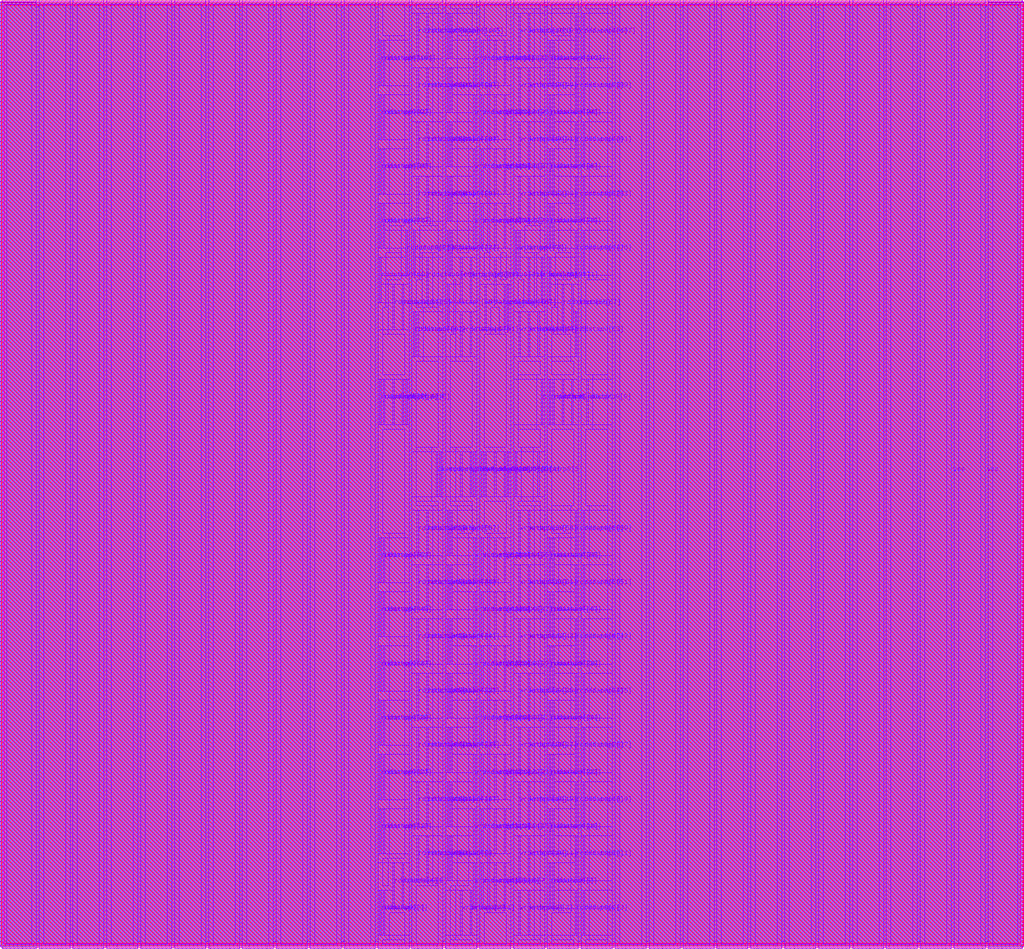
<source format=lef>
VERSION 5.8 ;
BUSBITCHARS "[]" ;
DIVIDERCHAR "/" ;

UNITS
  DATABASE MICRONS 4000 ;
END UNITS

PROPERTYDEFINITIONS
  MACRO hpml_layer STRING ;
  MACRO heml_layer STRING ;
END PROPERTYDEFINITIONS

MACRO arf104b064e1r1w0cbbehbaa4acw
  CLASS BLOCK ;
  FOREIGN arf104b064e1r1w0cbbehbaa4acw ;
  ORIGIN 0 0 ;
  SIZE 27 BY 24.96 ;
  PIN ckrdp0
    DIRECTION INPUT ;
    USE SIGNAL ;
    PORT
      LAYER m7 ;
        RECT 14.272 13.8 14.316 15 ;
    END
  END ckrdp0
  PIN ckwrp0
    DIRECTION INPUT ;
    USE SIGNAL ;
    PORT
      LAYER m7 ;
        RECT 11.484 11.88 11.528 13.08 ;
    END
  END ckwrp0
  PIN rdaddrp0[0]
    DIRECTION INPUT ;
    USE SIGNAL ;
    PORT
      LAYER m7 ;
        RECT 15.472 13.8 15.516 15 ;
    END
  END rdaddrp0[0]
  PIN rdaddrp0[1]
    DIRECTION INPUT ;
    USE SIGNAL ;
    PORT
      LAYER m7 ;
        RECT 9.984 13.8 10.028 15 ;
    END
  END rdaddrp0[1]
  PIN rdaddrp0[2]
    DIRECTION INPUT ;
    USE SIGNAL ;
    PORT
      LAYER m7 ;
        RECT 10.072 13.8 10.116 15 ;
    END
  END rdaddrp0[2]
  PIN rdaddrp0[3]
    DIRECTION INPUT ;
    USE SIGNAL ;
    PORT
      LAYER m7 ;
        RECT 10.328 13.8 10.372 15 ;
    END
  END rdaddrp0[3]
  PIN rdaddrp0[4]
    DIRECTION INPUT ;
    USE SIGNAL ;
    PORT
      LAYER m7 ;
        RECT 10.584 13.8 10.628 15 ;
    END
  END rdaddrp0[4]
  PIN rdaddrp0[5]
    DIRECTION INPUT ;
    USE SIGNAL ;
    PORT
      LAYER m7 ;
        RECT 10.672 13.8 10.716 15 ;
    END
  END rdaddrp0[5]
  PIN rdaddrp0_fd
    DIRECTION INPUT ;
    USE SIGNAL ;
    PORT
      LAYER m7 ;
        RECT 14.484 13.8 14.528 15 ;
    END
  END rdaddrp0_fd
  PIN rdaddrp0_rd
    DIRECTION INPUT ;
    USE SIGNAL ;
    PORT
      LAYER m7 ;
        RECT 14.572 13.8 14.616 15 ;
    END
  END rdaddrp0_rd
  PIN rdenp0
    DIRECTION INPUT ;
    USE SIGNAL ;
    PORT
      LAYER m7 ;
        RECT 14.828 13.8 14.872 15 ;
    END
  END rdenp0
  PIN sdl_initp0
    DIRECTION INPUT ;
    USE SIGNAL ;
    PORT
      LAYER m7 ;
        RECT 15.084 13.8 15.128 15 ;
    END
  END sdl_initp0
  PIN wraddrp0[0]
    DIRECTION INPUT ;
    USE SIGNAL ;
    PORT
      LAYER m7 ;
        RECT 12.772 11.88 12.816 13.08 ;
    END
  END wraddrp0[0]
  PIN wraddrp0[1]
    DIRECTION INPUT ;
    USE SIGNAL ;
    PORT
      LAYER m7 ;
        RECT 13.028 11.88 13.072 13.08 ;
    END
  END wraddrp0[1]
  PIN wraddrp0[2]
    DIRECTION INPUT ;
    USE SIGNAL ;
    PORT
      LAYER m7 ;
        RECT 13.284 11.88 13.328 13.08 ;
    END
  END wraddrp0[2]
  PIN wraddrp0[3]
    DIRECTION INPUT ;
    USE SIGNAL ;
    PORT
      LAYER m7 ;
        RECT 13.372 11.88 13.416 13.08 ;
    END
  END wraddrp0[3]
  PIN wraddrp0[4]
    DIRECTION INPUT ;
    USE SIGNAL ;
    PORT
      LAYER m7 ;
        RECT 13.584 11.88 13.628 13.08 ;
    END
  END wraddrp0[4]
  PIN wraddrp0[5]
    DIRECTION INPUT ;
    USE SIGNAL ;
    PORT
      LAYER m7 ;
        RECT 14.184 11.88 14.228 13.08 ;
    END
  END wraddrp0[5]
  PIN wraddrp0_fd
    DIRECTION INPUT ;
    USE SIGNAL ;
    PORT
      LAYER m7 ;
        RECT 11.572 11.88 11.616 13.08 ;
    END
  END wraddrp0_fd
  PIN wraddrp0_rd
    DIRECTION INPUT ;
    USE SIGNAL ;
    PORT
      LAYER m7 ;
        RECT 12.128 11.88 12.172 13.08 ;
    END
  END wraddrp0_rd
  PIN wrdatap0[0]
    DIRECTION INPUT ;
    USE SIGNAL ;
    PORT
      LAYER m7 ;
        RECT 12.128 0.24 12.172 1.44 ;
    END
  END wrdatap0[0]
  PIN wrdatap0[100]
    DIRECTION INPUT ;
    USE SIGNAL ;
    PORT
      LAYER m7 ;
        RECT 12.472 22.8 12.516 24 ;
    END
  END wrdatap0[100]
  PIN wrdatap0[101]
    DIRECTION INPUT ;
    USE SIGNAL ;
    PORT
      LAYER m7 ;
        RECT 12.684 22.8 12.728 24 ;
    END
  END wrdatap0[101]
  PIN wrdatap0[102]
    DIRECTION INPUT ;
    USE SIGNAL ;
    PORT
      LAYER m7 ;
        RECT 13.028 22.8 13.072 24 ;
    END
  END wrdatap0[102]
  PIN wrdatap0[103]
    DIRECTION INPUT ;
    USE SIGNAL ;
    PORT
      LAYER m7 ;
        RECT 13.284 22.8 13.328 24 ;
    END
  END wrdatap0[103]
  PIN wrdatap0[104]
    DIRECTION INPUT ;
    USE SIGNAL ;
    PORT
      LAYER m7 ;
        RECT 11.784 23.52 11.828 24.72 ;
    END
  END wrdatap0[104]
  PIN wrdatap0[105]
    DIRECTION INPUT ;
    USE SIGNAL ;
    PORT
      LAYER m7 ;
        RECT 11.872 23.52 11.916 24.72 ;
    END
  END wrdatap0[105]
  PIN wrdatap0[106]
    DIRECTION INPUT ;
    USE SIGNAL ;
    PORT
      LAYER m7 ;
        RECT 13.672 23.52 13.716 24.72 ;
    END
  END wrdatap0[106]
  PIN wrdatap0[107]
    DIRECTION INPUT ;
    USE SIGNAL ;
    PORT
      LAYER m7 ;
        RECT 13.928 23.52 13.972 24.72 ;
    END
  END wrdatap0[107]
  PIN wrdatap0[10]
    DIRECTION INPUT ;
    USE SIGNAL ;
    PORT
      LAYER m7 ;
        RECT 13.672 1.68 13.716 2.88 ;
    END
  END wrdatap0[10]
  PIN wrdatap0[11]
    DIRECTION INPUT ;
    USE SIGNAL ;
    PORT
      LAYER m7 ;
        RECT 13.928 1.68 13.972 2.88 ;
    END
  END wrdatap0[11]
  PIN wrdatap0[12]
    DIRECTION INPUT ;
    USE SIGNAL ;
    PORT
      LAYER m7 ;
        RECT 12.472 2.4 12.516 3.6 ;
    END
  END wrdatap0[12]
  PIN wrdatap0[13]
    DIRECTION INPUT ;
    USE SIGNAL ;
    PORT
      LAYER m7 ;
        RECT 12.684 2.4 12.728 3.6 ;
    END
  END wrdatap0[13]
  PIN wrdatap0[14]
    DIRECTION INPUT ;
    USE SIGNAL ;
    PORT
      LAYER m7 ;
        RECT 13.028 2.4 13.072 3.6 ;
    END
  END wrdatap0[14]
  PIN wrdatap0[15]
    DIRECTION INPUT ;
    USE SIGNAL ;
    PORT
      LAYER m7 ;
        RECT 13.284 2.4 13.328 3.6 ;
    END
  END wrdatap0[15]
  PIN wrdatap0[16]
    DIRECTION INPUT ;
    USE SIGNAL ;
    PORT
      LAYER m7 ;
        RECT 11.784 3.12 11.828 4.32 ;
    END
  END wrdatap0[16]
  PIN wrdatap0[17]
    DIRECTION INPUT ;
    USE SIGNAL ;
    PORT
      LAYER m7 ;
        RECT 11.872 3.12 11.916 4.32 ;
    END
  END wrdatap0[17]
  PIN wrdatap0[18]
    DIRECTION INPUT ;
    USE SIGNAL ;
    PORT
      LAYER m7 ;
        RECT 13.672 3.12 13.716 4.32 ;
    END
  END wrdatap0[18]
  PIN wrdatap0[19]
    DIRECTION INPUT ;
    USE SIGNAL ;
    PORT
      LAYER m7 ;
        RECT 13.928 3.12 13.972 4.32 ;
    END
  END wrdatap0[19]
  PIN wrdatap0[1]
    DIRECTION INPUT ;
    USE SIGNAL ;
    PORT
      LAYER m7 ;
        RECT 12.384 0.24 12.428 1.44 ;
    END
  END wrdatap0[1]
  PIN wrdatap0[20]
    DIRECTION INPUT ;
    USE SIGNAL ;
    PORT
      LAYER m7 ;
        RECT 12.472 3.84 12.516 5.04 ;
    END
  END wrdatap0[20]
  PIN wrdatap0[21]
    DIRECTION INPUT ;
    USE SIGNAL ;
    PORT
      LAYER m7 ;
        RECT 12.684 3.84 12.728 5.04 ;
    END
  END wrdatap0[21]
  PIN wrdatap0[22]
    DIRECTION INPUT ;
    USE SIGNAL ;
    PORT
      LAYER m7 ;
        RECT 13.028 3.84 13.072 5.04 ;
    END
  END wrdatap0[22]
  PIN wrdatap0[23]
    DIRECTION INPUT ;
    USE SIGNAL ;
    PORT
      LAYER m7 ;
        RECT 13.284 3.84 13.328 5.04 ;
    END
  END wrdatap0[23]
  PIN wrdatap0[24]
    DIRECTION INPUT ;
    USE SIGNAL ;
    PORT
      LAYER m7 ;
        RECT 11.784 4.56 11.828 5.76 ;
    END
  END wrdatap0[24]
  PIN wrdatap0[25]
    DIRECTION INPUT ;
    USE SIGNAL ;
    PORT
      LAYER m7 ;
        RECT 11.872 4.56 11.916 5.76 ;
    END
  END wrdatap0[25]
  PIN wrdatap0[26]
    DIRECTION INPUT ;
    USE SIGNAL ;
    PORT
      LAYER m7 ;
        RECT 13.672 4.56 13.716 5.76 ;
    END
  END wrdatap0[26]
  PIN wrdatap0[27]
    DIRECTION INPUT ;
    USE SIGNAL ;
    PORT
      LAYER m7 ;
        RECT 13.928 4.56 13.972 5.76 ;
    END
  END wrdatap0[27]
  PIN wrdatap0[28]
    DIRECTION INPUT ;
    USE SIGNAL ;
    PORT
      LAYER m7 ;
        RECT 12.472 5.28 12.516 6.48 ;
    END
  END wrdatap0[28]
  PIN wrdatap0[29]
    DIRECTION INPUT ;
    USE SIGNAL ;
    PORT
      LAYER m7 ;
        RECT 12.684 5.28 12.728 6.48 ;
    END
  END wrdatap0[29]
  PIN wrdatap0[2]
    DIRECTION INPUT ;
    USE SIGNAL ;
    PORT
      LAYER m7 ;
        RECT 13.672 0.24 13.716 1.44 ;
    END
  END wrdatap0[2]
  PIN wrdatap0[30]
    DIRECTION INPUT ;
    USE SIGNAL ;
    PORT
      LAYER m7 ;
        RECT 13.028 5.28 13.072 6.48 ;
    END
  END wrdatap0[30]
  PIN wrdatap0[31]
    DIRECTION INPUT ;
    USE SIGNAL ;
    PORT
      LAYER m7 ;
        RECT 13.284 5.28 13.328 6.48 ;
    END
  END wrdatap0[31]
  PIN wrdatap0[32]
    DIRECTION INPUT ;
    USE SIGNAL ;
    PORT
      LAYER m7 ;
        RECT 11.784 6 11.828 7.2 ;
    END
  END wrdatap0[32]
  PIN wrdatap0[33]
    DIRECTION INPUT ;
    USE SIGNAL ;
    PORT
      LAYER m7 ;
        RECT 11.872 6 11.916 7.2 ;
    END
  END wrdatap0[33]
  PIN wrdatap0[34]
    DIRECTION INPUT ;
    USE SIGNAL ;
    PORT
      LAYER m7 ;
        RECT 13.672 6 13.716 7.2 ;
    END
  END wrdatap0[34]
  PIN wrdatap0[35]
    DIRECTION INPUT ;
    USE SIGNAL ;
    PORT
      LAYER m7 ;
        RECT 13.928 6 13.972 7.2 ;
    END
  END wrdatap0[35]
  PIN wrdatap0[36]
    DIRECTION INPUT ;
    USE SIGNAL ;
    PORT
      LAYER m7 ;
        RECT 12.472 6.72 12.516 7.92 ;
    END
  END wrdatap0[36]
  PIN wrdatap0[37]
    DIRECTION INPUT ;
    USE SIGNAL ;
    PORT
      LAYER m7 ;
        RECT 12.684 6.72 12.728 7.92 ;
    END
  END wrdatap0[37]
  PIN wrdatap0[38]
    DIRECTION INPUT ;
    USE SIGNAL ;
    PORT
      LAYER m7 ;
        RECT 13.028 6.72 13.072 7.92 ;
    END
  END wrdatap0[38]
  PIN wrdatap0[39]
    DIRECTION INPUT ;
    USE SIGNAL ;
    PORT
      LAYER m7 ;
        RECT 13.284 6.72 13.328 7.92 ;
    END
  END wrdatap0[39]
  PIN wrdatap0[3]
    DIRECTION INPUT ;
    USE SIGNAL ;
    PORT
      LAYER m7 ;
        RECT 13.928 0.24 13.972 1.44 ;
    END
  END wrdatap0[3]
  PIN wrdatap0[40]
    DIRECTION INPUT ;
    USE SIGNAL ;
    PORT
      LAYER m7 ;
        RECT 11.784 7.44 11.828 8.64 ;
    END
  END wrdatap0[40]
  PIN wrdatap0[41]
    DIRECTION INPUT ;
    USE SIGNAL ;
    PORT
      LAYER m7 ;
        RECT 11.872 7.44 11.916 8.64 ;
    END
  END wrdatap0[41]
  PIN wrdatap0[42]
    DIRECTION INPUT ;
    USE SIGNAL ;
    PORT
      LAYER m7 ;
        RECT 13.672 7.44 13.716 8.64 ;
    END
  END wrdatap0[42]
  PIN wrdatap0[43]
    DIRECTION INPUT ;
    USE SIGNAL ;
    PORT
      LAYER m7 ;
        RECT 13.928 7.44 13.972 8.64 ;
    END
  END wrdatap0[43]
  PIN wrdatap0[44]
    DIRECTION INPUT ;
    USE SIGNAL ;
    PORT
      LAYER m7 ;
        RECT 12.472 8.16 12.516 9.36 ;
    END
  END wrdatap0[44]
  PIN wrdatap0[45]
    DIRECTION INPUT ;
    USE SIGNAL ;
    PORT
      LAYER m7 ;
        RECT 12.684 8.16 12.728 9.36 ;
    END
  END wrdatap0[45]
  PIN wrdatap0[46]
    DIRECTION INPUT ;
    USE SIGNAL ;
    PORT
      LAYER m7 ;
        RECT 13.028 8.16 13.072 9.36 ;
    END
  END wrdatap0[46]
  PIN wrdatap0[47]
    DIRECTION INPUT ;
    USE SIGNAL ;
    PORT
      LAYER m7 ;
        RECT 13.284 8.16 13.328 9.36 ;
    END
  END wrdatap0[47]
  PIN wrdatap0[48]
    DIRECTION INPUT ;
    USE SIGNAL ;
    PORT
      LAYER m7 ;
        RECT 11.784 8.88 11.828 10.08 ;
    END
  END wrdatap0[48]
  PIN wrdatap0[49]
    DIRECTION INPUT ;
    USE SIGNAL ;
    PORT
      LAYER m7 ;
        RECT 11.872 8.88 11.916 10.08 ;
    END
  END wrdatap0[49]
  PIN wrdatap0[4]
    DIRECTION INPUT ;
    USE SIGNAL ;
    PORT
      LAYER m7 ;
        RECT 12.472 0.96 12.516 2.16 ;
    END
  END wrdatap0[4]
  PIN wrdatap0[50]
    DIRECTION INPUT ;
    USE SIGNAL ;
    PORT
      LAYER m7 ;
        RECT 13.672 8.88 13.716 10.08 ;
    END
  END wrdatap0[50]
  PIN wrdatap0[51]
    DIRECTION INPUT ;
    USE SIGNAL ;
    PORT
      LAYER m7 ;
        RECT 13.928 8.88 13.972 10.08 ;
    END
  END wrdatap0[51]
  PIN wrdatap0[52]
    DIRECTION INPUT ;
    USE SIGNAL ;
    PORT
      LAYER m7 ;
        RECT 12.472 9.6 12.516 10.8 ;
    END
  END wrdatap0[52]
  PIN wrdatap0[53]
    DIRECTION INPUT ;
    USE SIGNAL ;
    PORT
      LAYER m7 ;
        RECT 12.684 9.6 12.728 10.8 ;
    END
  END wrdatap0[53]
  PIN wrdatap0[54]
    DIRECTION INPUT ;
    USE SIGNAL ;
    PORT
      LAYER m7 ;
        RECT 13.028 9.6 13.072 10.8 ;
    END
  END wrdatap0[54]
  PIN wrdatap0[55]
    DIRECTION INPUT ;
    USE SIGNAL ;
    PORT
      LAYER m7 ;
        RECT 13.284 9.6 13.328 10.8 ;
    END
  END wrdatap0[55]
  PIN wrdatap0[56]
    DIRECTION INPUT ;
    USE SIGNAL ;
    PORT
      LAYER m7 ;
        RECT 11.784 10.32 11.828 11.52 ;
    END
  END wrdatap0[56]
  PIN wrdatap0[57]
    DIRECTION INPUT ;
    USE SIGNAL ;
    PORT
      LAYER m7 ;
        RECT 11.872 10.32 11.916 11.52 ;
    END
  END wrdatap0[57]
  PIN wrdatap0[58]
    DIRECTION INPUT ;
    USE SIGNAL ;
    PORT
      LAYER m7 ;
        RECT 13.672 10.32 13.716 11.52 ;
    END
  END wrdatap0[58]
  PIN wrdatap0[59]
    DIRECTION INPUT ;
    USE SIGNAL ;
    PORT
      LAYER m7 ;
        RECT 13.928 10.32 13.972 11.52 ;
    END
  END wrdatap0[59]
  PIN wrdatap0[5]
    DIRECTION INPUT ;
    USE SIGNAL ;
    PORT
      LAYER m7 ;
        RECT 12.684 0.96 12.728 2.16 ;
    END
  END wrdatap0[5]
  PIN wrdatap0[60]
    DIRECTION INPUT ;
    USE SIGNAL ;
    PORT
      LAYER m7 ;
        RECT 12.128 15.6 12.172 16.8 ;
    END
  END wrdatap0[60]
  PIN wrdatap0[61]
    DIRECTION INPUT ;
    USE SIGNAL ;
    PORT
      LAYER m7 ;
        RECT 12.384 15.6 12.428 16.8 ;
    END
  END wrdatap0[61]
  PIN wrdatap0[62]
    DIRECTION INPUT ;
    USE SIGNAL ;
    PORT
      LAYER m7 ;
        RECT 13.672 15.6 13.716 16.8 ;
    END
  END wrdatap0[62]
  PIN wrdatap0[63]
    DIRECTION INPUT ;
    USE SIGNAL ;
    PORT
      LAYER m7 ;
        RECT 13.928 15.6 13.972 16.8 ;
    END
  END wrdatap0[63]
  PIN wrdatap0[64]
    DIRECTION INPUT ;
    USE SIGNAL ;
    PORT
      LAYER m7 ;
        RECT 12.772 16.32 12.816 17.52 ;
    END
  END wrdatap0[64]
  PIN wrdatap0[65]
    DIRECTION INPUT ;
    USE SIGNAL ;
    PORT
      LAYER m7 ;
        RECT 11.784 16.32 11.828 17.52 ;
    END
  END wrdatap0[65]
  PIN wrdatap0[66]
    DIRECTION INPUT ;
    USE SIGNAL ;
    PORT
      LAYER m7 ;
        RECT 13.284 16.32 13.328 17.52 ;
    END
  END wrdatap0[66]
  PIN wrdatap0[67]
    DIRECTION INPUT ;
    USE SIGNAL ;
    PORT
      LAYER m7 ;
        RECT 13.372 16.32 13.416 17.52 ;
    END
  END wrdatap0[67]
  PIN wrdatap0[68]
    DIRECTION INPUT ;
    USE SIGNAL ;
    PORT
      LAYER m7 ;
        RECT 12.128 17.04 12.172 18.24 ;
    END
  END wrdatap0[68]
  PIN wrdatap0[69]
    DIRECTION INPUT ;
    USE SIGNAL ;
    PORT
      LAYER m7 ;
        RECT 12.384 17.04 12.428 18.24 ;
    END
  END wrdatap0[69]
  PIN wrdatap0[6]
    DIRECTION INPUT ;
    USE SIGNAL ;
    PORT
      LAYER m7 ;
        RECT 13.028 0.96 13.072 2.16 ;
    END
  END wrdatap0[6]
  PIN wrdatap0[70]
    DIRECTION INPUT ;
    USE SIGNAL ;
    PORT
      LAYER m7 ;
        RECT 13.928 17.04 13.972 18.24 ;
    END
  END wrdatap0[70]
  PIN wrdatap0[71]
    DIRECTION INPUT ;
    USE SIGNAL ;
    PORT
      LAYER m7 ;
        RECT 13.028 17.04 13.072 18.24 ;
    END
  END wrdatap0[71]
  PIN wrdatap0[72]
    DIRECTION INPUT ;
    USE SIGNAL ;
    PORT
      LAYER m7 ;
        RECT 11.784 17.76 11.828 18.96 ;
    END
  END wrdatap0[72]
  PIN wrdatap0[73]
    DIRECTION INPUT ;
    USE SIGNAL ;
    PORT
      LAYER m7 ;
        RECT 11.872 17.76 11.916 18.96 ;
    END
  END wrdatap0[73]
  PIN wrdatap0[74]
    DIRECTION INPUT ;
    USE SIGNAL ;
    PORT
      LAYER m7 ;
        RECT 13.584 17.76 13.628 18.96 ;
    END
  END wrdatap0[74]
  PIN wrdatap0[75]
    DIRECTION INPUT ;
    USE SIGNAL ;
    PORT
      LAYER m7 ;
        RECT 13.672 17.76 13.716 18.96 ;
    END
  END wrdatap0[75]
  PIN wrdatap0[76]
    DIRECTION INPUT ;
    USE SIGNAL ;
    PORT
      LAYER m7 ;
        RECT 12.472 18.48 12.516 19.68 ;
    END
  END wrdatap0[76]
  PIN wrdatap0[77]
    DIRECTION INPUT ;
    USE SIGNAL ;
    PORT
      LAYER m7 ;
        RECT 12.684 18.48 12.728 19.68 ;
    END
  END wrdatap0[77]
  PIN wrdatap0[78]
    DIRECTION INPUT ;
    USE SIGNAL ;
    PORT
      LAYER m7 ;
        RECT 13.028 18.48 13.072 19.68 ;
    END
  END wrdatap0[78]
  PIN wrdatap0[79]
    DIRECTION INPUT ;
    USE SIGNAL ;
    PORT
      LAYER m7 ;
        RECT 13.284 18.48 13.328 19.68 ;
    END
  END wrdatap0[79]
  PIN wrdatap0[7]
    DIRECTION INPUT ;
    USE SIGNAL ;
    PORT
      LAYER m7 ;
        RECT 13.284 0.96 13.328 2.16 ;
    END
  END wrdatap0[7]
  PIN wrdatap0[80]
    DIRECTION INPUT ;
    USE SIGNAL ;
    PORT
      LAYER m7 ;
        RECT 11.784 19.2 11.828 20.4 ;
    END
  END wrdatap0[80]
  PIN wrdatap0[81]
    DIRECTION INPUT ;
    USE SIGNAL ;
    PORT
      LAYER m7 ;
        RECT 11.872 19.2 11.916 20.4 ;
    END
  END wrdatap0[81]
  PIN wrdatap0[82]
    DIRECTION INPUT ;
    USE SIGNAL ;
    PORT
      LAYER m7 ;
        RECT 13.672 19.2 13.716 20.4 ;
    END
  END wrdatap0[82]
  PIN wrdatap0[83]
    DIRECTION INPUT ;
    USE SIGNAL ;
    PORT
      LAYER m7 ;
        RECT 13.928 19.2 13.972 20.4 ;
    END
  END wrdatap0[83]
  PIN wrdatap0[84]
    DIRECTION INPUT ;
    USE SIGNAL ;
    PORT
      LAYER m7 ;
        RECT 12.472 19.92 12.516 21.12 ;
    END
  END wrdatap0[84]
  PIN wrdatap0[85]
    DIRECTION INPUT ;
    USE SIGNAL ;
    PORT
      LAYER m7 ;
        RECT 12.684 19.92 12.728 21.12 ;
    END
  END wrdatap0[85]
  PIN wrdatap0[86]
    DIRECTION INPUT ;
    USE SIGNAL ;
    PORT
      LAYER m7 ;
        RECT 13.028 19.92 13.072 21.12 ;
    END
  END wrdatap0[86]
  PIN wrdatap0[87]
    DIRECTION INPUT ;
    USE SIGNAL ;
    PORT
      LAYER m7 ;
        RECT 13.284 19.92 13.328 21.12 ;
    END
  END wrdatap0[87]
  PIN wrdatap0[88]
    DIRECTION INPUT ;
    USE SIGNAL ;
    PORT
      LAYER m7 ;
        RECT 11.784 20.64 11.828 21.84 ;
    END
  END wrdatap0[88]
  PIN wrdatap0[89]
    DIRECTION INPUT ;
    USE SIGNAL ;
    PORT
      LAYER m7 ;
        RECT 11.872 20.64 11.916 21.84 ;
    END
  END wrdatap0[89]
  PIN wrdatap0[8]
    DIRECTION INPUT ;
    USE SIGNAL ;
    PORT
      LAYER m7 ;
        RECT 11.784 1.68 11.828 2.88 ;
    END
  END wrdatap0[8]
  PIN wrdatap0[90]
    DIRECTION INPUT ;
    USE SIGNAL ;
    PORT
      LAYER m7 ;
        RECT 13.672 20.64 13.716 21.84 ;
    END
  END wrdatap0[90]
  PIN wrdatap0[91]
    DIRECTION INPUT ;
    USE SIGNAL ;
    PORT
      LAYER m7 ;
        RECT 13.928 20.64 13.972 21.84 ;
    END
  END wrdatap0[91]
  PIN wrdatap0[92]
    DIRECTION INPUT ;
    USE SIGNAL ;
    PORT
      LAYER m7 ;
        RECT 12.472 21.36 12.516 22.56 ;
    END
  END wrdatap0[92]
  PIN wrdatap0[93]
    DIRECTION INPUT ;
    USE SIGNAL ;
    PORT
      LAYER m7 ;
        RECT 12.684 21.36 12.728 22.56 ;
    END
  END wrdatap0[93]
  PIN wrdatap0[94]
    DIRECTION INPUT ;
    USE SIGNAL ;
    PORT
      LAYER m7 ;
        RECT 13.028 21.36 13.072 22.56 ;
    END
  END wrdatap0[94]
  PIN wrdatap0[95]
    DIRECTION INPUT ;
    USE SIGNAL ;
    PORT
      LAYER m7 ;
        RECT 13.284 21.36 13.328 22.56 ;
    END
  END wrdatap0[95]
  PIN wrdatap0[96]
    DIRECTION INPUT ;
    USE SIGNAL ;
    PORT
      LAYER m7 ;
        RECT 11.784 22.08 11.828 23.28 ;
    END
  END wrdatap0[96]
  PIN wrdatap0[97]
    DIRECTION INPUT ;
    USE SIGNAL ;
    PORT
      LAYER m7 ;
        RECT 11.872 22.08 11.916 23.28 ;
    END
  END wrdatap0[97]
  PIN wrdatap0[98]
    DIRECTION INPUT ;
    USE SIGNAL ;
    PORT
      LAYER m7 ;
        RECT 13.672 22.08 13.716 23.28 ;
    END
  END wrdatap0[98]
  PIN wrdatap0[99]
    DIRECTION INPUT ;
    USE SIGNAL ;
    PORT
      LAYER m7 ;
        RECT 13.928 22.08 13.972 23.28 ;
    END
  END wrdatap0[99]
  PIN wrdatap0[9]
    DIRECTION INPUT ;
    USE SIGNAL ;
    PORT
      LAYER m7 ;
        RECT 11.872 1.68 11.916 2.88 ;
    END
  END wrdatap0[9]
  PIN wrdatap0_fd
    DIRECTION INPUT ;
    USE SIGNAL ;
    PORT
      LAYER m7 ;
        RECT 12.472 11.88 12.516 13.08 ;
    END
  END wrdatap0_fd
  PIN wrdatap0_rd
    DIRECTION INPUT ;
    USE SIGNAL ;
    PORT
      LAYER m7 ;
        RECT 12.684 11.88 12.728 13.08 ;
    END
  END wrdatap0_rd
  PIN wrenp0
    DIRECTION INPUT ;
    USE SIGNAL ;
    PORT
      LAYER m7 ;
        RECT 12.384 11.88 12.428 13.08 ;
    END
  END wrenp0
  PIN rddatap0[0]
    DIRECTION OUTPUT ;
    USE SIGNAL ;
    PORT
      LAYER m7 ;
        RECT 9.984 0.24 10.028 1.44 ;
    END
  END rddatap0[0]
  PIN rddatap0[100]
    DIRECTION OUTPUT ;
    USE SIGNAL ;
    PORT
      LAYER m7 ;
        RECT 9.984 22.8 10.028 24 ;
    END
  END rddatap0[100]
  PIN rddatap0[101]
    DIRECTION OUTPUT ;
    USE SIGNAL ;
    PORT
      LAYER m7 ;
        RECT 10.072 22.8 10.116 24 ;
    END
  END rddatap0[101]
  PIN rddatap0[102]
    DIRECTION OUTPUT ;
    USE SIGNAL ;
    PORT
      LAYER m7 ;
        RECT 14.484 22.8 14.528 24 ;
    END
  END rddatap0[102]
  PIN rddatap0[103]
    DIRECTION OUTPUT ;
    USE SIGNAL ;
    PORT
      LAYER m7 ;
        RECT 14.572 22.8 14.616 24 ;
    END
  END rddatap0[103]
  PIN rddatap0[104]
    DIRECTION OUTPUT ;
    USE SIGNAL ;
    PORT
      LAYER m7 ;
        RECT 10.972 23.52 11.016 24.72 ;
    END
  END rddatap0[104]
  PIN rddatap0[105]
    DIRECTION OUTPUT ;
    USE SIGNAL ;
    PORT
      LAYER m7 ;
        RECT 11.228 23.52 11.272 24.72 ;
    END
  END rddatap0[105]
  PIN rddatap0[106]
    DIRECTION OUTPUT ;
    USE SIGNAL ;
    PORT
      LAYER m7 ;
        RECT 15.172 23.52 15.216 24.72 ;
    END
  END rddatap0[106]
  PIN rddatap0[107]
    DIRECTION OUTPUT ;
    USE SIGNAL ;
    PORT
      LAYER m7 ;
        RECT 15.384 23.52 15.428 24.72 ;
    END
  END rddatap0[107]
  PIN rddatap0[10]
    DIRECTION OUTPUT ;
    USE SIGNAL ;
    PORT
      LAYER m7 ;
        RECT 15.172 1.68 15.216 2.88 ;
    END
  END rddatap0[10]
  PIN rddatap0[11]
    DIRECTION OUTPUT ;
    USE SIGNAL ;
    PORT
      LAYER m7 ;
        RECT 15.384 1.68 15.428 2.88 ;
    END
  END rddatap0[11]
  PIN rddatap0[12]
    DIRECTION OUTPUT ;
    USE SIGNAL ;
    PORT
      LAYER m7 ;
        RECT 9.984 2.4 10.028 3.6 ;
    END
  END rddatap0[12]
  PIN rddatap0[13]
    DIRECTION OUTPUT ;
    USE SIGNAL ;
    PORT
      LAYER m7 ;
        RECT 10.072 2.4 10.116 3.6 ;
    END
  END rddatap0[13]
  PIN rddatap0[14]
    DIRECTION OUTPUT ;
    USE SIGNAL ;
    PORT
      LAYER m7 ;
        RECT 14.484 2.4 14.528 3.6 ;
    END
  END rddatap0[14]
  PIN rddatap0[15]
    DIRECTION OUTPUT ;
    USE SIGNAL ;
    PORT
      LAYER m7 ;
        RECT 14.572 2.4 14.616 3.6 ;
    END
  END rddatap0[15]
  PIN rddatap0[16]
    DIRECTION OUTPUT ;
    USE SIGNAL ;
    PORT
      LAYER m7 ;
        RECT 10.972 3.12 11.016 4.32 ;
    END
  END rddatap0[16]
  PIN rddatap0[17]
    DIRECTION OUTPUT ;
    USE SIGNAL ;
    PORT
      LAYER m7 ;
        RECT 11.228 3.12 11.272 4.32 ;
    END
  END rddatap0[17]
  PIN rddatap0[18]
    DIRECTION OUTPUT ;
    USE SIGNAL ;
    PORT
      LAYER m7 ;
        RECT 15.172 3.12 15.216 4.32 ;
    END
  END rddatap0[18]
  PIN rddatap0[19]
    DIRECTION OUTPUT ;
    USE SIGNAL ;
    PORT
      LAYER m7 ;
        RECT 15.384 3.12 15.428 4.32 ;
    END
  END rddatap0[19]
  PIN rddatap0[1]
    DIRECTION OUTPUT ;
    USE SIGNAL ;
    PORT
      LAYER m7 ;
        RECT 10.072 0.24 10.116 1.44 ;
    END
  END rddatap0[1]
  PIN rddatap0[20]
    DIRECTION OUTPUT ;
    USE SIGNAL ;
    PORT
      LAYER m7 ;
        RECT 9.984 3.84 10.028 5.04 ;
    END
  END rddatap0[20]
  PIN rddatap0[21]
    DIRECTION OUTPUT ;
    USE SIGNAL ;
    PORT
      LAYER m7 ;
        RECT 10.072 3.84 10.116 5.04 ;
    END
  END rddatap0[21]
  PIN rddatap0[22]
    DIRECTION OUTPUT ;
    USE SIGNAL ;
    PORT
      LAYER m7 ;
        RECT 14.484 3.84 14.528 5.04 ;
    END
  END rddatap0[22]
  PIN rddatap0[23]
    DIRECTION OUTPUT ;
    USE SIGNAL ;
    PORT
      LAYER m7 ;
        RECT 14.572 3.84 14.616 5.04 ;
    END
  END rddatap0[23]
  PIN rddatap0[24]
    DIRECTION OUTPUT ;
    USE SIGNAL ;
    PORT
      LAYER m7 ;
        RECT 10.972 4.56 11.016 5.76 ;
    END
  END rddatap0[24]
  PIN rddatap0[25]
    DIRECTION OUTPUT ;
    USE SIGNAL ;
    PORT
      LAYER m7 ;
        RECT 11.228 4.56 11.272 5.76 ;
    END
  END rddatap0[25]
  PIN rddatap0[26]
    DIRECTION OUTPUT ;
    USE SIGNAL ;
    PORT
      LAYER m7 ;
        RECT 15.172 4.56 15.216 5.76 ;
    END
  END rddatap0[26]
  PIN rddatap0[27]
    DIRECTION OUTPUT ;
    USE SIGNAL ;
    PORT
      LAYER m7 ;
        RECT 15.384 4.56 15.428 5.76 ;
    END
  END rddatap0[27]
  PIN rddatap0[28]
    DIRECTION OUTPUT ;
    USE SIGNAL ;
    PORT
      LAYER m7 ;
        RECT 9.984 5.28 10.028 6.48 ;
    END
  END rddatap0[28]
  PIN rddatap0[29]
    DIRECTION OUTPUT ;
    USE SIGNAL ;
    PORT
      LAYER m7 ;
        RECT 10.072 5.28 10.116 6.48 ;
    END
  END rddatap0[29]
  PIN rddatap0[2]
    DIRECTION OUTPUT ;
    USE SIGNAL ;
    PORT
      LAYER m7 ;
        RECT 15.172 0.24 15.216 1.44 ;
    END
  END rddatap0[2]
  PIN rddatap0[30]
    DIRECTION OUTPUT ;
    USE SIGNAL ;
    PORT
      LAYER m7 ;
        RECT 14.484 5.28 14.528 6.48 ;
    END
  END rddatap0[30]
  PIN rddatap0[31]
    DIRECTION OUTPUT ;
    USE SIGNAL ;
    PORT
      LAYER m7 ;
        RECT 14.572 5.28 14.616 6.48 ;
    END
  END rddatap0[31]
  PIN rddatap0[32]
    DIRECTION OUTPUT ;
    USE SIGNAL ;
    PORT
      LAYER m7 ;
        RECT 10.972 6 11.016 7.2 ;
    END
  END rddatap0[32]
  PIN rddatap0[33]
    DIRECTION OUTPUT ;
    USE SIGNAL ;
    PORT
      LAYER m7 ;
        RECT 11.228 6 11.272 7.2 ;
    END
  END rddatap0[33]
  PIN rddatap0[34]
    DIRECTION OUTPUT ;
    USE SIGNAL ;
    PORT
      LAYER m7 ;
        RECT 15.172 6 15.216 7.2 ;
    END
  END rddatap0[34]
  PIN rddatap0[35]
    DIRECTION OUTPUT ;
    USE SIGNAL ;
    PORT
      LAYER m7 ;
        RECT 15.384 6 15.428 7.2 ;
    END
  END rddatap0[35]
  PIN rddatap0[36]
    DIRECTION OUTPUT ;
    USE SIGNAL ;
    PORT
      LAYER m7 ;
        RECT 9.984 6.72 10.028 7.92 ;
    END
  END rddatap0[36]
  PIN rddatap0[37]
    DIRECTION OUTPUT ;
    USE SIGNAL ;
    PORT
      LAYER m7 ;
        RECT 10.072 6.72 10.116 7.92 ;
    END
  END rddatap0[37]
  PIN rddatap0[38]
    DIRECTION OUTPUT ;
    USE SIGNAL ;
    PORT
      LAYER m7 ;
        RECT 14.484 6.72 14.528 7.92 ;
    END
  END rddatap0[38]
  PIN rddatap0[39]
    DIRECTION OUTPUT ;
    USE SIGNAL ;
    PORT
      LAYER m7 ;
        RECT 14.572 6.72 14.616 7.92 ;
    END
  END rddatap0[39]
  PIN rddatap0[3]
    DIRECTION OUTPUT ;
    USE SIGNAL ;
    PORT
      LAYER m7 ;
        RECT 15.384 0.24 15.428 1.44 ;
    END
  END rddatap0[3]
  PIN rddatap0[40]
    DIRECTION OUTPUT ;
    USE SIGNAL ;
    PORT
      LAYER m7 ;
        RECT 10.972 7.44 11.016 8.64 ;
    END
  END rddatap0[40]
  PIN rddatap0[41]
    DIRECTION OUTPUT ;
    USE SIGNAL ;
    PORT
      LAYER m7 ;
        RECT 11.228 7.44 11.272 8.64 ;
    END
  END rddatap0[41]
  PIN rddatap0[42]
    DIRECTION OUTPUT ;
    USE SIGNAL ;
    PORT
      LAYER m7 ;
        RECT 15.172 7.44 15.216 8.64 ;
    END
  END rddatap0[42]
  PIN rddatap0[43]
    DIRECTION OUTPUT ;
    USE SIGNAL ;
    PORT
      LAYER m7 ;
        RECT 15.384 7.44 15.428 8.64 ;
    END
  END rddatap0[43]
  PIN rddatap0[44]
    DIRECTION OUTPUT ;
    USE SIGNAL ;
    PORT
      LAYER m7 ;
        RECT 9.984 8.16 10.028 9.36 ;
    END
  END rddatap0[44]
  PIN rddatap0[45]
    DIRECTION OUTPUT ;
    USE SIGNAL ;
    PORT
      LAYER m7 ;
        RECT 10.072 8.16 10.116 9.36 ;
    END
  END rddatap0[45]
  PIN rddatap0[46]
    DIRECTION OUTPUT ;
    USE SIGNAL ;
    PORT
      LAYER m7 ;
        RECT 14.484 8.16 14.528 9.36 ;
    END
  END rddatap0[46]
  PIN rddatap0[47]
    DIRECTION OUTPUT ;
    USE SIGNAL ;
    PORT
      LAYER m7 ;
        RECT 14.572 8.16 14.616 9.36 ;
    END
  END rddatap0[47]
  PIN rddatap0[48]
    DIRECTION OUTPUT ;
    USE SIGNAL ;
    PORT
      LAYER m7 ;
        RECT 10.972 8.88 11.016 10.08 ;
    END
  END rddatap0[48]
  PIN rddatap0[49]
    DIRECTION OUTPUT ;
    USE SIGNAL ;
    PORT
      LAYER m7 ;
        RECT 11.228 8.88 11.272 10.08 ;
    END
  END rddatap0[49]
  PIN rddatap0[4]
    DIRECTION OUTPUT ;
    USE SIGNAL ;
    PORT
      LAYER m7 ;
        RECT 10.328 0.96 10.372 2.16 ;
    END
  END rddatap0[4]
  PIN rddatap0[50]
    DIRECTION OUTPUT ;
    USE SIGNAL ;
    PORT
      LAYER m7 ;
        RECT 15.172 8.88 15.216 10.08 ;
    END
  END rddatap0[50]
  PIN rddatap0[51]
    DIRECTION OUTPUT ;
    USE SIGNAL ;
    PORT
      LAYER m7 ;
        RECT 15.384 8.88 15.428 10.08 ;
    END
  END rddatap0[51]
  PIN rddatap0[52]
    DIRECTION OUTPUT ;
    USE SIGNAL ;
    PORT
      LAYER m7 ;
        RECT 9.984 9.6 10.028 10.8 ;
    END
  END rddatap0[52]
  PIN rddatap0[53]
    DIRECTION OUTPUT ;
    USE SIGNAL ;
    PORT
      LAYER m7 ;
        RECT 10.072 9.6 10.116 10.8 ;
    END
  END rddatap0[53]
  PIN rddatap0[54]
    DIRECTION OUTPUT ;
    USE SIGNAL ;
    PORT
      LAYER m7 ;
        RECT 14.484 9.6 14.528 10.8 ;
    END
  END rddatap0[54]
  PIN rddatap0[55]
    DIRECTION OUTPUT ;
    USE SIGNAL ;
    PORT
      LAYER m7 ;
        RECT 14.572 9.6 14.616 10.8 ;
    END
  END rddatap0[55]
  PIN rddatap0[56]
    DIRECTION OUTPUT ;
    USE SIGNAL ;
    PORT
      LAYER m7 ;
        RECT 10.972 10.32 11.016 11.52 ;
    END
  END rddatap0[56]
  PIN rddatap0[57]
    DIRECTION OUTPUT ;
    USE SIGNAL ;
    PORT
      LAYER m7 ;
        RECT 11.228 10.32 11.272 11.52 ;
    END
  END rddatap0[57]
  PIN rddatap0[58]
    DIRECTION OUTPUT ;
    USE SIGNAL ;
    PORT
      LAYER m7 ;
        RECT 15.172 10.32 15.216 11.52 ;
    END
  END rddatap0[58]
  PIN rddatap0[59]
    DIRECTION OUTPUT ;
    USE SIGNAL ;
    PORT
      LAYER m7 ;
        RECT 15.384 10.32 15.428 11.52 ;
    END
  END rddatap0[59]
  PIN rddatap0[5]
    DIRECTION OUTPUT ;
    USE SIGNAL ;
    PORT
      LAYER m7 ;
        RECT 10.584 0.96 10.628 2.16 ;
    END
  END rddatap0[5]
  PIN rddatap0[60]
    DIRECTION OUTPUT ;
    USE SIGNAL ;
    PORT
      LAYER m7 ;
        RECT 10.884 15.6 10.928 16.8 ;
    END
  END rddatap0[60]
  PIN rddatap0[61]
    DIRECTION OUTPUT ;
    USE SIGNAL ;
    PORT
      LAYER m7 ;
        RECT 10.972 15.6 11.016 16.8 ;
    END
  END rddatap0[61]
  PIN rddatap0[62]
    DIRECTION OUTPUT ;
    USE SIGNAL ;
    PORT
      LAYER m7 ;
        RECT 14.184 15.6 14.228 16.8 ;
    END
  END rddatap0[62]
  PIN rddatap0[63]
    DIRECTION OUTPUT ;
    USE SIGNAL ;
    PORT
      LAYER m7 ;
        RECT 15.172 15.6 15.216 16.8 ;
    END
  END rddatap0[63]
  PIN rddatap0[64]
    DIRECTION OUTPUT ;
    USE SIGNAL ;
    PORT
      LAYER m7 ;
        RECT 10.328 16.32 10.372 17.52 ;
    END
  END rddatap0[64]
  PIN rddatap0[65]
    DIRECTION OUTPUT ;
    USE SIGNAL ;
    PORT
      LAYER m7 ;
        RECT 10.584 16.32 10.628 17.52 ;
    END
  END rddatap0[65]
  PIN rddatap0[66]
    DIRECTION OUTPUT ;
    USE SIGNAL ;
    PORT
      LAYER m7 ;
        RECT 14.828 16.32 14.872 17.52 ;
    END
  END rddatap0[66]
  PIN rddatap0[67]
    DIRECTION OUTPUT ;
    USE SIGNAL ;
    PORT
      LAYER m7 ;
        RECT 15.084 16.32 15.128 17.52 ;
    END
  END rddatap0[67]
  PIN rddatap0[68]
    DIRECTION OUTPUT ;
    USE SIGNAL ;
    PORT
      LAYER m7 ;
        RECT 11.228 17.04 11.272 18.24 ;
    END
  END rddatap0[68]
  PIN rddatap0[69]
    DIRECTION OUTPUT ;
    USE SIGNAL ;
    PORT
      LAYER m7 ;
        RECT 9.984 17.04 10.028 18.24 ;
    END
  END rddatap0[69]
  PIN rddatap0[6]
    DIRECTION OUTPUT ;
    USE SIGNAL ;
    PORT
      LAYER m7 ;
        RECT 14.484 0.96 14.528 2.16 ;
    END
  END rddatap0[6]
  PIN rddatap0[70]
    DIRECTION OUTPUT ;
    USE SIGNAL ;
    PORT
      LAYER m7 ;
        RECT 14.272 17.04 14.316 18.24 ;
    END
  END rddatap0[70]
  PIN rddatap0[71]
    DIRECTION OUTPUT ;
    USE SIGNAL ;
    PORT
      LAYER m7 ;
        RECT 14.484 17.04 14.528 18.24 ;
    END
  END rddatap0[71]
  PIN rddatap0[72]
    DIRECTION OUTPUT ;
    USE SIGNAL ;
    PORT
      LAYER m7 ;
        RECT 10.672 17.76 10.716 18.96 ;
    END
  END rddatap0[72]
  PIN rddatap0[73]
    DIRECTION OUTPUT ;
    USE SIGNAL ;
    PORT
      LAYER m7 ;
        RECT 10.884 17.76 10.928 18.96 ;
    END
  END rddatap0[73]
  PIN rddatap0[74]
    DIRECTION OUTPUT ;
    USE SIGNAL ;
    PORT
      LAYER m7 ;
        RECT 15.172 17.76 15.216 18.96 ;
    END
  END rddatap0[74]
  PIN rddatap0[75]
    DIRECTION OUTPUT ;
    USE SIGNAL ;
    PORT
      LAYER m7 ;
        RECT 15.384 17.76 15.428 18.96 ;
    END
  END rddatap0[75]
  PIN rddatap0[76]
    DIRECTION OUTPUT ;
    USE SIGNAL ;
    PORT
      LAYER m7 ;
        RECT 9.984 18.48 10.028 19.68 ;
    END
  END rddatap0[76]
  PIN rddatap0[77]
    DIRECTION OUTPUT ;
    USE SIGNAL ;
    PORT
      LAYER m7 ;
        RECT 10.072 18.48 10.116 19.68 ;
    END
  END rddatap0[77]
  PIN rddatap0[78]
    DIRECTION OUTPUT ;
    USE SIGNAL ;
    PORT
      LAYER m7 ;
        RECT 14.484 18.48 14.528 19.68 ;
    END
  END rddatap0[78]
  PIN rddatap0[79]
    DIRECTION OUTPUT ;
    USE SIGNAL ;
    PORT
      LAYER m7 ;
        RECT 14.572 18.48 14.616 19.68 ;
    END
  END rddatap0[79]
  PIN rddatap0[7]
    DIRECTION OUTPUT ;
    USE SIGNAL ;
    PORT
      LAYER m7 ;
        RECT 14.572 0.96 14.616 2.16 ;
    END
  END rddatap0[7]
  PIN rddatap0[80]
    DIRECTION OUTPUT ;
    USE SIGNAL ;
    PORT
      LAYER m7 ;
        RECT 10.972 19.2 11.016 20.4 ;
    END
  END rddatap0[80]
  PIN rddatap0[81]
    DIRECTION OUTPUT ;
    USE SIGNAL ;
    PORT
      LAYER m7 ;
        RECT 11.228 19.2 11.272 20.4 ;
    END
  END rddatap0[81]
  PIN rddatap0[82]
    DIRECTION OUTPUT ;
    USE SIGNAL ;
    PORT
      LAYER m7 ;
        RECT 15.172 19.2 15.216 20.4 ;
    END
  END rddatap0[82]
  PIN rddatap0[83]
    DIRECTION OUTPUT ;
    USE SIGNAL ;
    PORT
      LAYER m7 ;
        RECT 15.384 19.2 15.428 20.4 ;
    END
  END rddatap0[83]
  PIN rddatap0[84]
    DIRECTION OUTPUT ;
    USE SIGNAL ;
    PORT
      LAYER m7 ;
        RECT 9.984 19.92 10.028 21.12 ;
    END
  END rddatap0[84]
  PIN rddatap0[85]
    DIRECTION OUTPUT ;
    USE SIGNAL ;
    PORT
      LAYER m7 ;
        RECT 10.072 19.92 10.116 21.12 ;
    END
  END rddatap0[85]
  PIN rddatap0[86]
    DIRECTION OUTPUT ;
    USE SIGNAL ;
    PORT
      LAYER m7 ;
        RECT 14.484 19.92 14.528 21.12 ;
    END
  END rddatap0[86]
  PIN rddatap0[87]
    DIRECTION OUTPUT ;
    USE SIGNAL ;
    PORT
      LAYER m7 ;
        RECT 14.572 19.92 14.616 21.12 ;
    END
  END rddatap0[87]
  PIN rddatap0[88]
    DIRECTION OUTPUT ;
    USE SIGNAL ;
    PORT
      LAYER m7 ;
        RECT 10.972 20.64 11.016 21.84 ;
    END
  END rddatap0[88]
  PIN rddatap0[89]
    DIRECTION OUTPUT ;
    USE SIGNAL ;
    PORT
      LAYER m7 ;
        RECT 11.228 20.64 11.272 21.84 ;
    END
  END rddatap0[89]
  PIN rddatap0[8]
    DIRECTION OUTPUT ;
    USE SIGNAL ;
    PORT
      LAYER m7 ;
        RECT 10.972 1.68 11.016 2.88 ;
    END
  END rddatap0[8]
  PIN rddatap0[90]
    DIRECTION OUTPUT ;
    USE SIGNAL ;
    PORT
      LAYER m7 ;
        RECT 15.172 20.64 15.216 21.84 ;
    END
  END rddatap0[90]
  PIN rddatap0[91]
    DIRECTION OUTPUT ;
    USE SIGNAL ;
    PORT
      LAYER m7 ;
        RECT 15.384 20.64 15.428 21.84 ;
    END
  END rddatap0[91]
  PIN rddatap0[92]
    DIRECTION OUTPUT ;
    USE SIGNAL ;
    PORT
      LAYER m7 ;
        RECT 9.984 21.36 10.028 22.56 ;
    END
  END rddatap0[92]
  PIN rddatap0[93]
    DIRECTION OUTPUT ;
    USE SIGNAL ;
    PORT
      LAYER m7 ;
        RECT 10.072 21.36 10.116 22.56 ;
    END
  END rddatap0[93]
  PIN rddatap0[94]
    DIRECTION OUTPUT ;
    USE SIGNAL ;
    PORT
      LAYER m7 ;
        RECT 14.484 21.36 14.528 22.56 ;
    END
  END rddatap0[94]
  PIN rddatap0[95]
    DIRECTION OUTPUT ;
    USE SIGNAL ;
    PORT
      LAYER m7 ;
        RECT 14.572 21.36 14.616 22.56 ;
    END
  END rddatap0[95]
  PIN rddatap0[96]
    DIRECTION OUTPUT ;
    USE SIGNAL ;
    PORT
      LAYER m7 ;
        RECT 10.972 22.08 11.016 23.28 ;
    END
  END rddatap0[96]
  PIN rddatap0[97]
    DIRECTION OUTPUT ;
    USE SIGNAL ;
    PORT
      LAYER m7 ;
        RECT 11.228 22.08 11.272 23.28 ;
    END
  END rddatap0[97]
  PIN rddatap0[98]
    DIRECTION OUTPUT ;
    USE SIGNAL ;
    PORT
      LAYER m7 ;
        RECT 15.172 22.08 15.216 23.28 ;
    END
  END rddatap0[98]
  PIN rddatap0[99]
    DIRECTION OUTPUT ;
    USE SIGNAL ;
    PORT
      LAYER m7 ;
        RECT 15.384 22.08 15.428 23.28 ;
    END
  END rddatap0[99]
  PIN rddatap0[9]
    DIRECTION OUTPUT ;
    USE SIGNAL ;
    PORT
      LAYER m7 ;
        RECT 11.228 1.68 11.272 2.88 ;
    END
  END rddatap0[9]
  PIN vcc
    DIRECTION INPUT ;
    USE POWER ;
    PORT
      LAYER m7 ;
        RECT 0.862 0.06 0.938 24.9 ;
        RECT 2.662 0.06 2.738 24.9 ;
        RECT 4.462 0.06 4.538 24.9 ;
        RECT 6.262 0.06 6.338 24.9 ;
        RECT 8.062 0.06 8.138 24.9 ;
        RECT 9.862 0.06 9.938 24.9 ;
        RECT 11.662 0.06 11.738 24.9 ;
        RECT 13.462 0.06 13.538 24.9 ;
        RECT 15.262 0.06 15.338 24.9 ;
        RECT 17.062 0.06 17.138 24.9 ;
        RECT 18.862 0.06 18.938 24.9 ;
        RECT 20.662 0.06 20.738 24.9 ;
        RECT 22.462 0.06 22.538 24.9 ;
        RECT 24.262 0.06 24.338 24.9 ;
        RECT 26.062 0.06 26.138 24.9 ;
    END
  END vcc
  PIN vss
    DIRECTION INOUT ;
    USE GROUND ;
    PORT
      LAYER m7 ;
        RECT 1.762 0.06 1.838 24.9 ;
        RECT 3.562 0.06 3.638 24.9 ;
        RECT 5.362 0.06 5.438 24.9 ;
        RECT 7.162 0.06 7.238 24.9 ;
        RECT 8.962 0.06 9.038 24.9 ;
        RECT 10.762 0.06 10.838 24.9 ;
        RECT 12.562 0.06 12.638 24.9 ;
        RECT 14.362 0.06 14.438 24.9 ;
        RECT 16.162 0.06 16.238 24.9 ;
        RECT 17.962 0.06 18.038 24.9 ;
        RECT 19.762 0.06 19.838 24.9 ;
        RECT 21.562 0.06 21.638 24.9 ;
        RECT 23.362 0.06 23.438 24.9 ;
        RECT 25.162 0.06 25.238 24.9 ;
    END
  END vss
  OBS
    LAYER m0 SPACING 0 ;
      RECT -0.016 -0.014 27.016 24.974 ;
    LAYER m1 SPACING 0 ;
      RECT -0.02 -0.02 27.02 24.98 ;
    LAYER m2 SPACING 0 ;
      RECT -0.0705 -0.038 27.0705 24.998 ;
    LAYER m3 SPACING 0 ;
      RECT -0.035 -0.07 27.035 25.03 ;
    LAYER m4 SPACING 0 ;
      RECT -0.07 -0.038 27.07 24.998 ;
    LAYER m5 SPACING 0 ;
      RECT -0.059 -0.09 27.059 25.05 ;
    LAYER m6 SPACING 0 ;
      RECT -0.09 -0.062 27.09 25.022 ;
    LAYER m7 SPACING 0 ;
      RECT 26.138 25.02 27.04 25.08 ;
      RECT 26.138 -0.06 27.092 25.02 ;
      RECT 26.138 -0.12 27.04 -0.06 ;
      RECT 25.238 -0.12 26.062 25.08 ;
      RECT 24.338 -0.12 25.162 25.08 ;
      RECT 23.438 -0.12 24.262 25.08 ;
      RECT 22.538 -0.12 23.362 25.08 ;
      RECT 21.638 -0.12 22.462 25.08 ;
      RECT 20.738 -0.12 21.562 25.08 ;
      RECT 19.838 -0.12 20.662 25.08 ;
      RECT 18.938 -0.12 19.762 25.08 ;
      RECT 18.038 -0.12 18.862 25.08 ;
      RECT 17.138 -0.12 17.962 25.08 ;
      RECT 16.238 -0.12 17.062 25.08 ;
      RECT 15.338 24.72 16.162 25.08 ;
      RECT 15.338 23.52 15.384 24.72 ;
      RECT 15.428 23.52 16.162 24.72 ;
      RECT 15.338 23.28 16.162 23.52 ;
      RECT 15.338 22.08 15.384 23.28 ;
      RECT 15.428 22.08 16.162 23.28 ;
      RECT 15.338 21.84 16.162 22.08 ;
      RECT 15.338 20.64 15.384 21.84 ;
      RECT 15.428 20.64 16.162 21.84 ;
      RECT 15.338 20.4 16.162 20.64 ;
      RECT 15.338 19.2 15.384 20.4 ;
      RECT 15.428 19.2 16.162 20.4 ;
      RECT 15.338 18.96 16.162 19.2 ;
      RECT 15.338 17.76 15.384 18.96 ;
      RECT 15.428 17.76 16.162 18.96 ;
      RECT 15.338 15 16.162 17.76 ;
      RECT 15.338 13.8 15.472 15 ;
      RECT 15.516 13.8 16.162 15 ;
      RECT 15.338 11.52 16.162 13.8 ;
      RECT 15.338 10.32 15.384 11.52 ;
      RECT 15.428 10.32 16.162 11.52 ;
      RECT 15.338 10.08 16.162 10.32 ;
      RECT 15.338 8.88 15.384 10.08 ;
      RECT 15.428 8.88 16.162 10.08 ;
      RECT 15.338 8.64 16.162 8.88 ;
      RECT 15.338 7.44 15.384 8.64 ;
      RECT 15.428 7.44 16.162 8.64 ;
      RECT 15.338 7.2 16.162 7.44 ;
      RECT 15.338 6 15.384 7.2 ;
      RECT 15.428 6 16.162 7.2 ;
      RECT 15.338 5.76 16.162 6 ;
      RECT 15.338 4.56 15.384 5.76 ;
      RECT 15.428 4.56 16.162 5.76 ;
      RECT 15.338 4.32 16.162 4.56 ;
      RECT 15.338 3.12 15.384 4.32 ;
      RECT 15.428 3.12 16.162 4.32 ;
      RECT 15.338 2.88 16.162 3.12 ;
      RECT 15.338 1.68 15.384 2.88 ;
      RECT 15.428 1.68 16.162 2.88 ;
      RECT 15.338 1.44 16.162 1.68 ;
      RECT 15.338 0.24 15.384 1.44 ;
      RECT 15.428 0.24 16.162 1.44 ;
      RECT 15.338 -0.12 16.162 0.24 ;
      RECT 14.438 24.72 15.262 25.08 ;
      RECT 14.438 24 15.172 24.72 ;
      RECT 15.216 23.52 15.262 24.72 ;
      RECT 14.616 23.52 15.172 24 ;
      RECT 14.616 23.28 15.262 23.52 ;
      RECT 14.438 22.8 14.484 24 ;
      RECT 14.528 22.8 14.572 24 ;
      RECT 14.616 22.8 15.172 23.28 ;
      RECT 14.438 22.56 15.172 22.8 ;
      RECT 15.216 22.08 15.262 23.28 ;
      RECT 14.616 22.08 15.172 22.56 ;
      RECT 14.616 21.84 15.262 22.08 ;
      RECT 14.438 21.36 14.484 22.56 ;
      RECT 14.528 21.36 14.572 22.56 ;
      RECT 14.616 21.36 15.172 21.84 ;
      RECT 14.438 21.12 15.172 21.36 ;
      RECT 15.216 20.64 15.262 21.84 ;
      RECT 14.616 20.64 15.172 21.12 ;
      RECT 14.616 20.4 15.262 20.64 ;
      RECT 14.438 19.92 14.484 21.12 ;
      RECT 14.528 19.92 14.572 21.12 ;
      RECT 14.616 19.92 15.172 20.4 ;
      RECT 14.438 19.68 15.172 19.92 ;
      RECT 15.216 19.2 15.262 20.4 ;
      RECT 14.616 19.2 15.172 19.68 ;
      RECT 14.616 18.96 15.262 19.2 ;
      RECT 14.438 18.48 14.484 19.68 ;
      RECT 14.528 18.48 14.572 19.68 ;
      RECT 14.616 18.48 15.172 18.96 ;
      RECT 14.438 18.24 15.172 18.48 ;
      RECT 15.216 17.76 15.262 18.96 ;
      RECT 14.528 17.76 15.172 18.24 ;
      RECT 14.528 17.52 15.262 17.76 ;
      RECT 14.438 17.04 14.484 18.24 ;
      RECT 14.528 17.04 14.828 17.52 ;
      RECT 15.128 16.8 15.262 17.52 ;
      RECT 14.872 16.32 15.084 17.52 ;
      RECT 14.438 16.32 14.828 17.04 ;
      RECT 15.128 16.32 15.172 16.8 ;
      RECT 15.216 15.6 15.262 16.8 ;
      RECT 14.438 15.6 15.172 16.32 ;
      RECT 14.438 15 15.262 15.6 ;
      RECT 14.438 13.8 14.484 15 ;
      RECT 14.528 13.8 14.572 15 ;
      RECT 14.616 13.8 14.828 15 ;
      RECT 14.872 13.8 15.084 15 ;
      RECT 15.128 13.8 15.262 15 ;
      RECT 14.438 11.52 15.262 13.8 ;
      RECT 14.438 10.8 15.172 11.52 ;
      RECT 15.216 10.32 15.262 11.52 ;
      RECT 14.616 10.32 15.172 10.8 ;
      RECT 14.616 10.08 15.262 10.32 ;
      RECT 14.438 9.6 14.484 10.8 ;
      RECT 14.528 9.6 14.572 10.8 ;
      RECT 14.616 9.6 15.172 10.08 ;
      RECT 14.438 9.36 15.172 9.6 ;
      RECT 15.216 8.88 15.262 10.08 ;
      RECT 14.616 8.88 15.172 9.36 ;
      RECT 14.616 8.64 15.262 8.88 ;
      RECT 14.438 8.16 14.484 9.36 ;
      RECT 14.528 8.16 14.572 9.36 ;
      RECT 14.616 8.16 15.172 8.64 ;
      RECT 14.438 7.92 15.172 8.16 ;
      RECT 15.216 7.44 15.262 8.64 ;
      RECT 14.616 7.44 15.172 7.92 ;
      RECT 14.616 7.2 15.262 7.44 ;
      RECT 14.438 6.72 14.484 7.92 ;
      RECT 14.528 6.72 14.572 7.92 ;
      RECT 14.616 6.72 15.172 7.2 ;
      RECT 14.438 6.48 15.172 6.72 ;
      RECT 15.216 6 15.262 7.2 ;
      RECT 14.616 6 15.172 6.48 ;
      RECT 14.616 5.76 15.262 6 ;
      RECT 14.438 5.28 14.484 6.48 ;
      RECT 14.528 5.28 14.572 6.48 ;
      RECT 14.616 5.28 15.172 5.76 ;
      RECT 14.438 5.04 15.172 5.28 ;
      RECT 15.216 4.56 15.262 5.76 ;
      RECT 14.616 4.56 15.172 5.04 ;
      RECT 14.616 4.32 15.262 4.56 ;
      RECT 14.438 3.84 14.484 5.04 ;
      RECT 14.528 3.84 14.572 5.04 ;
      RECT 14.616 3.84 15.172 4.32 ;
      RECT 14.438 3.6 15.172 3.84 ;
      RECT 15.216 3.12 15.262 4.32 ;
      RECT 14.616 3.12 15.172 3.6 ;
      RECT 14.616 2.88 15.262 3.12 ;
      RECT 14.438 2.4 14.484 3.6 ;
      RECT 14.528 2.4 14.572 3.6 ;
      RECT 14.616 2.4 15.172 2.88 ;
      RECT 14.438 2.16 15.172 2.4 ;
      RECT 15.216 1.68 15.262 2.88 ;
      RECT 14.616 1.68 15.172 2.16 ;
      RECT 14.616 1.44 15.262 1.68 ;
      RECT 14.438 0.96 14.484 2.16 ;
      RECT 14.528 0.96 14.572 2.16 ;
      RECT 14.616 0.96 15.172 1.44 ;
      RECT 15.216 0.24 15.262 1.44 ;
      RECT 14.438 0.24 15.172 0.96 ;
      RECT 14.438 -0.12 15.262 0.24 ;
      RECT 13.538 24.72 14.362 25.08 ;
      RECT 13.538 23.52 13.672 24.72 ;
      RECT 13.716 23.52 13.928 24.72 ;
      RECT 13.972 23.52 14.362 24.72 ;
      RECT 13.538 23.28 14.362 23.52 ;
      RECT 13.538 22.08 13.672 23.28 ;
      RECT 13.716 22.08 13.928 23.28 ;
      RECT 13.972 22.08 14.362 23.28 ;
      RECT 13.538 21.84 14.362 22.08 ;
      RECT 13.538 20.64 13.672 21.84 ;
      RECT 13.716 20.64 13.928 21.84 ;
      RECT 13.972 20.64 14.362 21.84 ;
      RECT 13.538 20.4 14.362 20.64 ;
      RECT 13.538 19.2 13.672 20.4 ;
      RECT 13.716 19.2 13.928 20.4 ;
      RECT 13.972 19.2 14.362 20.4 ;
      RECT 13.538 18.96 14.362 19.2 ;
      RECT 13.716 18.24 14.362 18.96 ;
      RECT 13.538 17.76 13.584 18.96 ;
      RECT 13.628 17.76 13.672 18.96 ;
      RECT 13.716 17.76 13.928 18.24 ;
      RECT 13.972 17.04 14.272 18.24 ;
      RECT 14.316 17.04 14.362 18.24 ;
      RECT 13.538 17.04 13.928 17.76 ;
      RECT 13.538 16.8 14.362 17.04 ;
      RECT 13.538 15.6 13.672 16.8 ;
      RECT 13.716 15.6 13.928 16.8 ;
      RECT 13.972 15.6 14.184 16.8 ;
      RECT 14.228 15.6 14.362 16.8 ;
      RECT 13.538 15 14.362 15.6 ;
      RECT 13.538 13.8 14.272 15 ;
      RECT 14.316 13.8 14.362 15 ;
      RECT 13.538 13.08 14.362 13.8 ;
      RECT 13.538 11.88 13.584 13.08 ;
      RECT 13.628 11.88 14.184 13.08 ;
      RECT 14.228 11.88 14.362 13.08 ;
      RECT 13.538 11.52 14.362 11.88 ;
      RECT 13.538 10.32 13.672 11.52 ;
      RECT 13.716 10.32 13.928 11.52 ;
      RECT 13.972 10.32 14.362 11.52 ;
      RECT 13.538 10.08 14.362 10.32 ;
      RECT 13.538 8.88 13.672 10.08 ;
      RECT 13.716 8.88 13.928 10.08 ;
      RECT 13.972 8.88 14.362 10.08 ;
      RECT 13.538 8.64 14.362 8.88 ;
      RECT 13.538 7.44 13.672 8.64 ;
      RECT 13.716 7.44 13.928 8.64 ;
      RECT 13.972 7.44 14.362 8.64 ;
      RECT 13.538 7.2 14.362 7.44 ;
      RECT 13.538 6 13.672 7.2 ;
      RECT 13.716 6 13.928 7.2 ;
      RECT 13.972 6 14.362 7.2 ;
      RECT 13.538 5.76 14.362 6 ;
      RECT 13.538 4.56 13.672 5.76 ;
      RECT 13.716 4.56 13.928 5.76 ;
      RECT 13.972 4.56 14.362 5.76 ;
      RECT 13.538 4.32 14.362 4.56 ;
      RECT 13.538 3.12 13.672 4.32 ;
      RECT 13.716 3.12 13.928 4.32 ;
      RECT 13.972 3.12 14.362 4.32 ;
      RECT 13.538 2.88 14.362 3.12 ;
      RECT 13.538 1.68 13.672 2.88 ;
      RECT 13.716 1.68 13.928 2.88 ;
      RECT 13.972 1.68 14.362 2.88 ;
      RECT 13.538 1.44 14.362 1.68 ;
      RECT 13.538 0.24 13.672 1.44 ;
      RECT 13.716 0.24 13.928 1.44 ;
      RECT 13.972 0.24 14.362 1.44 ;
      RECT 13.538 -0.12 14.362 0.24 ;
      RECT 12.638 24 13.462 25.08 ;
      RECT 12.638 22.8 12.684 24 ;
      RECT 12.728 22.8 13.028 24 ;
      RECT 13.072 22.8 13.284 24 ;
      RECT 13.328 22.8 13.462 24 ;
      RECT 12.638 22.56 13.462 22.8 ;
      RECT 12.638 21.36 12.684 22.56 ;
      RECT 12.728 21.36 13.028 22.56 ;
      RECT 13.072 21.36 13.284 22.56 ;
      RECT 13.328 21.36 13.462 22.56 ;
      RECT 12.638 21.12 13.462 21.36 ;
      RECT 12.638 19.92 12.684 21.12 ;
      RECT 12.728 19.92 13.028 21.12 ;
      RECT 13.072 19.92 13.284 21.12 ;
      RECT 13.328 19.92 13.462 21.12 ;
      RECT 12.638 19.68 13.462 19.92 ;
      RECT 12.638 18.48 12.684 19.68 ;
      RECT 12.728 18.48 13.028 19.68 ;
      RECT 13.072 18.48 13.284 19.68 ;
      RECT 13.328 18.48 13.462 19.68 ;
      RECT 12.638 18.24 13.462 18.48 ;
      RECT 12.638 17.52 13.028 18.24 ;
      RECT 13.072 17.52 13.462 18.24 ;
      RECT 12.816 17.04 13.028 17.52 ;
      RECT 13.072 17.04 13.284 17.52 ;
      RECT 12.638 16.32 12.772 17.52 ;
      RECT 13.328 16.32 13.372 17.52 ;
      RECT 13.416 16.32 13.462 17.52 ;
      RECT 12.816 16.32 13.284 17.04 ;
      RECT 12.638 13.08 13.462 16.32 ;
      RECT 12.638 11.88 12.684 13.08 ;
      RECT 12.728 11.88 12.772 13.08 ;
      RECT 12.816 11.88 13.028 13.08 ;
      RECT 13.072 11.88 13.284 13.08 ;
      RECT 13.328 11.88 13.372 13.08 ;
      RECT 13.416 11.88 13.462 13.08 ;
      RECT 12.638 10.8 13.462 11.88 ;
      RECT 12.638 9.6 12.684 10.8 ;
      RECT 12.728 9.6 13.028 10.8 ;
      RECT 13.072 9.6 13.284 10.8 ;
      RECT 13.328 9.6 13.462 10.8 ;
      RECT 12.638 9.36 13.462 9.6 ;
      RECT 12.638 8.16 12.684 9.36 ;
      RECT 12.728 8.16 13.028 9.36 ;
      RECT 13.072 8.16 13.284 9.36 ;
      RECT 13.328 8.16 13.462 9.36 ;
      RECT 12.638 7.92 13.462 8.16 ;
      RECT 12.638 6.72 12.684 7.92 ;
      RECT 12.728 6.72 13.028 7.92 ;
      RECT 13.072 6.72 13.284 7.92 ;
      RECT 13.328 6.72 13.462 7.92 ;
      RECT 12.638 6.48 13.462 6.72 ;
      RECT 12.638 5.28 12.684 6.48 ;
      RECT 12.728 5.28 13.028 6.48 ;
      RECT 13.072 5.28 13.284 6.48 ;
      RECT 13.328 5.28 13.462 6.48 ;
      RECT 12.638 5.04 13.462 5.28 ;
      RECT 12.638 3.84 12.684 5.04 ;
      RECT 12.728 3.84 13.028 5.04 ;
      RECT 13.072 3.84 13.284 5.04 ;
      RECT 13.328 3.84 13.462 5.04 ;
      RECT 12.638 3.6 13.462 3.84 ;
      RECT 12.638 2.4 12.684 3.6 ;
      RECT 12.728 2.4 13.028 3.6 ;
      RECT 13.072 2.4 13.284 3.6 ;
      RECT 13.328 2.4 13.462 3.6 ;
      RECT 12.638 2.16 13.462 2.4 ;
      RECT 12.638 0.96 12.684 2.16 ;
      RECT 12.728 0.96 13.028 2.16 ;
      RECT 13.072 0.96 13.284 2.16 ;
      RECT 13.328 0.96 13.462 2.16 ;
      RECT 12.638 -0.12 13.462 0.96 ;
      RECT 11.738 24.72 12.562 25.08 ;
      RECT 11.916 24 12.562 24.72 ;
      RECT 11.738 23.52 11.784 24.72 ;
      RECT 11.828 23.52 11.872 24.72 ;
      RECT 11.916 23.52 12.472 24 ;
      RECT 11.738 23.28 12.472 23.52 ;
      RECT 12.516 22.8 12.562 24 ;
      RECT 11.916 22.8 12.472 23.28 ;
      RECT 11.916 22.56 12.562 22.8 ;
      RECT 11.738 22.08 11.784 23.28 ;
      RECT 11.828 22.08 11.872 23.28 ;
      RECT 11.916 22.08 12.472 22.56 ;
      RECT 11.738 21.84 12.472 22.08 ;
      RECT 12.516 21.36 12.562 22.56 ;
      RECT 11.916 21.36 12.472 21.84 ;
      RECT 11.916 21.12 12.562 21.36 ;
      RECT 11.738 20.64 11.784 21.84 ;
      RECT 11.828 20.64 11.872 21.84 ;
      RECT 11.916 20.64 12.472 21.12 ;
      RECT 11.738 20.4 12.472 20.64 ;
      RECT 12.516 19.92 12.562 21.12 ;
      RECT 11.916 19.92 12.472 20.4 ;
      RECT 11.916 19.68 12.562 19.92 ;
      RECT 11.738 19.2 11.784 20.4 ;
      RECT 11.828 19.2 11.872 20.4 ;
      RECT 11.916 19.2 12.472 19.68 ;
      RECT 11.738 18.96 12.472 19.2 ;
      RECT 12.516 18.48 12.562 19.68 ;
      RECT 11.916 18.48 12.472 18.96 ;
      RECT 11.916 18.24 12.562 18.48 ;
      RECT 11.738 17.76 11.784 18.96 ;
      RECT 11.828 17.76 11.872 18.96 ;
      RECT 11.916 17.76 12.128 18.24 ;
      RECT 11.738 17.52 12.128 17.76 ;
      RECT 12.172 17.04 12.384 18.24 ;
      RECT 12.428 17.04 12.562 18.24 ;
      RECT 11.828 17.04 12.128 17.52 ;
      RECT 11.828 16.8 12.562 17.04 ;
      RECT 11.738 16.32 11.784 17.52 ;
      RECT 11.828 16.32 12.128 16.8 ;
      RECT 12.172 15.6 12.384 16.8 ;
      RECT 12.428 15.6 12.562 16.8 ;
      RECT 11.738 15.6 12.128 16.32 ;
      RECT 11.738 13.08 12.562 15.6 ;
      RECT 11.738 11.88 12.128 13.08 ;
      RECT 12.172 11.88 12.384 13.08 ;
      RECT 12.428 11.88 12.472 13.08 ;
      RECT 12.516 11.88 12.562 13.08 ;
      RECT 11.738 11.52 12.562 11.88 ;
      RECT 11.916 10.8 12.562 11.52 ;
      RECT 11.738 10.32 11.784 11.52 ;
      RECT 11.828 10.32 11.872 11.52 ;
      RECT 11.916 10.32 12.472 10.8 ;
      RECT 11.738 10.08 12.472 10.32 ;
      RECT 12.516 9.6 12.562 10.8 ;
      RECT 11.916 9.6 12.472 10.08 ;
      RECT 11.916 9.36 12.562 9.6 ;
      RECT 11.738 8.88 11.784 10.08 ;
      RECT 11.828 8.88 11.872 10.08 ;
      RECT 11.916 8.88 12.472 9.36 ;
      RECT 11.738 8.64 12.472 8.88 ;
      RECT 12.516 8.16 12.562 9.36 ;
      RECT 11.916 8.16 12.472 8.64 ;
      RECT 11.916 7.92 12.562 8.16 ;
      RECT 11.738 7.44 11.784 8.64 ;
      RECT 11.828 7.44 11.872 8.64 ;
      RECT 11.916 7.44 12.472 7.92 ;
      RECT 11.738 7.2 12.472 7.44 ;
      RECT 12.516 6.72 12.562 7.92 ;
      RECT 11.916 6.72 12.472 7.2 ;
      RECT 11.916 6.48 12.562 6.72 ;
      RECT 11.738 6 11.784 7.2 ;
      RECT 11.828 6 11.872 7.2 ;
      RECT 11.916 6 12.472 6.48 ;
      RECT 11.738 5.76 12.472 6 ;
      RECT 12.516 5.28 12.562 6.48 ;
      RECT 11.916 5.28 12.472 5.76 ;
      RECT 11.916 5.04 12.562 5.28 ;
      RECT 11.738 4.56 11.784 5.76 ;
      RECT 11.828 4.56 11.872 5.76 ;
      RECT 11.916 4.56 12.472 5.04 ;
      RECT 11.738 4.32 12.472 4.56 ;
      RECT 12.516 3.84 12.562 5.04 ;
      RECT 11.916 3.84 12.472 4.32 ;
      RECT 11.916 3.6 12.562 3.84 ;
      RECT 11.738 3.12 11.784 4.32 ;
      RECT 11.828 3.12 11.872 4.32 ;
      RECT 11.916 3.12 12.472 3.6 ;
      RECT 11.738 2.88 12.472 3.12 ;
      RECT 12.516 2.4 12.562 3.6 ;
      RECT 11.916 2.4 12.472 2.88 ;
      RECT 11.916 2.16 12.562 2.4 ;
      RECT 11.738 1.68 11.784 2.88 ;
      RECT 11.828 1.68 11.872 2.88 ;
      RECT 11.916 1.68 12.472 2.16 ;
      RECT 11.738 1.44 12.472 1.68 ;
      RECT 12.516 0.96 12.562 2.16 ;
      RECT 12.428 0.96 12.472 1.44 ;
      RECT 11.738 0.24 12.128 1.44 ;
      RECT 12.172 0.24 12.384 1.44 ;
      RECT 12.428 0.24 12.562 0.96 ;
      RECT 11.738 -0.12 12.562 0.24 ;
      RECT 10.838 24.72 11.662 25.08 ;
      RECT 10.838 23.52 10.972 24.72 ;
      RECT 11.016 23.52 11.228 24.72 ;
      RECT 11.272 23.52 11.662 24.72 ;
      RECT 10.838 23.28 11.662 23.52 ;
      RECT 10.838 22.08 10.972 23.28 ;
      RECT 11.016 22.08 11.228 23.28 ;
      RECT 11.272 22.08 11.662 23.28 ;
      RECT 10.838 21.84 11.662 22.08 ;
      RECT 10.838 20.64 10.972 21.84 ;
      RECT 11.016 20.64 11.228 21.84 ;
      RECT 11.272 20.64 11.662 21.84 ;
      RECT 10.838 20.4 11.662 20.64 ;
      RECT 10.838 19.2 10.972 20.4 ;
      RECT 11.016 19.2 11.228 20.4 ;
      RECT 11.272 19.2 11.662 20.4 ;
      RECT 10.838 18.96 11.662 19.2 ;
      RECT 10.928 18.24 11.662 18.96 ;
      RECT 10.838 17.76 10.884 18.96 ;
      RECT 10.928 17.76 11.228 18.24 ;
      RECT 11.272 17.04 11.662 18.24 ;
      RECT 10.838 17.04 11.228 17.76 ;
      RECT 10.838 16.8 11.662 17.04 ;
      RECT 10.838 15.6 10.884 16.8 ;
      RECT 10.928 15.6 10.972 16.8 ;
      RECT 11.016 15.6 11.662 16.8 ;
      RECT 10.838 13.08 11.662 15.6 ;
      RECT 10.838 11.88 11.484 13.08 ;
      RECT 11.528 11.88 11.572 13.08 ;
      RECT 11.616 11.88 11.662 13.08 ;
      RECT 10.838 11.52 11.662 11.88 ;
      RECT 10.838 10.32 10.972 11.52 ;
      RECT 11.016 10.32 11.228 11.52 ;
      RECT 11.272 10.32 11.662 11.52 ;
      RECT 10.838 10.08 11.662 10.32 ;
      RECT 10.838 8.88 10.972 10.08 ;
      RECT 11.016 8.88 11.228 10.08 ;
      RECT 11.272 8.88 11.662 10.08 ;
      RECT 10.838 8.64 11.662 8.88 ;
      RECT 10.838 7.44 10.972 8.64 ;
      RECT 11.016 7.44 11.228 8.64 ;
      RECT 11.272 7.44 11.662 8.64 ;
      RECT 10.838 7.2 11.662 7.44 ;
      RECT 10.838 6 10.972 7.2 ;
      RECT 11.016 6 11.228 7.2 ;
      RECT 11.272 6 11.662 7.2 ;
      RECT 10.838 5.76 11.662 6 ;
      RECT 10.838 4.56 10.972 5.76 ;
      RECT 11.016 4.56 11.228 5.76 ;
      RECT 11.272 4.56 11.662 5.76 ;
      RECT 10.838 4.32 11.662 4.56 ;
      RECT 10.838 3.12 10.972 4.32 ;
      RECT 11.016 3.12 11.228 4.32 ;
      RECT 11.272 3.12 11.662 4.32 ;
      RECT 10.838 2.88 11.662 3.12 ;
      RECT 10.838 1.68 10.972 2.88 ;
      RECT 11.016 1.68 11.228 2.88 ;
      RECT 11.272 1.68 11.662 2.88 ;
      RECT 10.838 -0.12 11.662 1.68 ;
      RECT 9.938 24 10.762 25.08 ;
      RECT 9.938 22.8 9.984 24 ;
      RECT 10.028 22.8 10.072 24 ;
      RECT 10.116 22.8 10.762 24 ;
      RECT 9.938 22.56 10.762 22.8 ;
      RECT 9.938 21.36 9.984 22.56 ;
      RECT 10.028 21.36 10.072 22.56 ;
      RECT 10.116 21.36 10.762 22.56 ;
      RECT 9.938 21.12 10.762 21.36 ;
      RECT 9.938 19.92 9.984 21.12 ;
      RECT 10.028 19.92 10.072 21.12 ;
      RECT 10.116 19.92 10.762 21.12 ;
      RECT 9.938 19.68 10.762 19.92 ;
      RECT 10.116 18.96 10.762 19.68 ;
      RECT 9.938 18.48 9.984 19.68 ;
      RECT 10.028 18.48 10.072 19.68 ;
      RECT 10.116 18.48 10.672 18.96 ;
      RECT 9.938 18.24 10.672 18.48 ;
      RECT 10.716 17.76 10.762 18.96 ;
      RECT 10.028 17.76 10.672 18.24 ;
      RECT 10.028 17.52 10.762 17.76 ;
      RECT 9.938 17.04 9.984 18.24 ;
      RECT 10.028 17.04 10.328 17.52 ;
      RECT 10.372 16.32 10.584 17.52 ;
      RECT 10.628 16.32 10.762 17.52 ;
      RECT 9.938 16.32 10.328 17.04 ;
      RECT 9.938 15 10.762 16.32 ;
      RECT 9.938 13.8 9.984 15 ;
      RECT 10.028 13.8 10.072 15 ;
      RECT 10.116 13.8 10.328 15 ;
      RECT 10.372 13.8 10.584 15 ;
      RECT 10.628 13.8 10.672 15 ;
      RECT 10.716 13.8 10.762 15 ;
      RECT 9.938 10.8 10.762 13.8 ;
      RECT 9.938 9.6 9.984 10.8 ;
      RECT 10.028 9.6 10.072 10.8 ;
      RECT 10.116 9.6 10.762 10.8 ;
      RECT 9.938 9.36 10.762 9.6 ;
      RECT 9.938 8.16 9.984 9.36 ;
      RECT 10.028 8.16 10.072 9.36 ;
      RECT 10.116 8.16 10.762 9.36 ;
      RECT 9.938 7.92 10.762 8.16 ;
      RECT 9.938 6.72 9.984 7.92 ;
      RECT 10.028 6.72 10.072 7.92 ;
      RECT 10.116 6.72 10.762 7.92 ;
      RECT 9.938 6.48 10.762 6.72 ;
      RECT 9.938 5.28 9.984 6.48 ;
      RECT 10.028 5.28 10.072 6.48 ;
      RECT 10.116 5.28 10.762 6.48 ;
      RECT 9.938 5.04 10.762 5.28 ;
      RECT 9.938 3.84 9.984 5.04 ;
      RECT 10.028 3.84 10.072 5.04 ;
      RECT 10.116 3.84 10.762 5.04 ;
      RECT 9.938 3.6 10.762 3.84 ;
      RECT 9.938 2.4 9.984 3.6 ;
      RECT 10.028 2.4 10.072 3.6 ;
      RECT 10.116 2.4 10.762 3.6 ;
      RECT 9.938 2.16 10.762 2.4 ;
      RECT 9.938 1.44 10.328 2.16 ;
      RECT 10.372 0.96 10.584 2.16 ;
      RECT 10.628 0.96 10.762 2.16 ;
      RECT 10.116 0.96 10.328 1.44 ;
      RECT 9.938 0.24 9.984 1.44 ;
      RECT 10.028 0.24 10.072 1.44 ;
      RECT 10.116 0.24 10.762 0.96 ;
      RECT 9.938 -0.12 10.762 0.24 ;
      RECT 9.038 -0.12 9.862 25.08 ;
      RECT 8.138 -0.12 8.962 25.08 ;
      RECT 7.238 -0.12 8.062 25.08 ;
      RECT 6.338 -0.12 7.162 25.08 ;
      RECT 5.438 -0.12 6.262 25.08 ;
      RECT 4.538 -0.12 5.362 25.08 ;
      RECT 3.638 -0.12 4.462 25.08 ;
      RECT 2.738 -0.12 3.562 25.08 ;
      RECT 1.838 -0.12 2.662 25.08 ;
      RECT 0.938 -0.12 1.762 25.08 ;
      RECT -0.04 25.02 0.862 25.08 ;
      RECT -0.092 -0.06 0.862 25.02 ;
      RECT -0.04 -0.12 0.862 -0.06 ;
    LAYER m7 ;
      RECT 26.258 0 26.92 24.96 ;
      RECT 25.358 0 25.942 24.96 ;
      RECT 24.458 0 25.042 24.96 ;
      RECT 23.558 0 24.142 24.96 ;
      RECT 22.658 0 23.242 24.96 ;
      RECT 21.758 0 22.342 24.96 ;
      RECT 20.858 0 21.442 24.96 ;
      RECT 19.958 0 20.542 24.96 ;
      RECT 19.058 0 19.642 24.96 ;
      RECT 18.158 0 18.742 24.96 ;
      RECT 17.258 0 17.842 24.96 ;
      RECT 16.358 0 16.942 24.96 ;
      RECT 15.458 24.84 16.042 24.96 ;
      RECT 15.548 17.64 16.042 24.84 ;
      RECT 15.458 15.12 16.042 17.64 ;
      RECT 15.636 13.68 16.042 15.12 ;
      RECT 15.458 11.64 16.042 13.68 ;
      RECT 15.548 0.12 16.042 11.64 ;
      RECT 15.458 0 16.042 0.12 ;
      RECT 14.558 24.84 15.142 24.96 ;
      RECT 14.558 24.12 15.052 24.84 ;
      RECT 14.736 18.36 15.052 24.12 ;
      RECT 14.648 17.64 15.052 18.36 ;
      RECT 14.648 16.92 14.708 17.64 ;
      RECT 14.558 16.2 14.708 16.92 ;
      RECT 14.558 15.48 15.052 16.2 ;
      RECT 14.558 15.12 15.142 15.48 ;
      RECT 13.658 24.84 14.242 24.96 ;
      RECT 14.092 19.08 14.242 24.84 ;
      RECT 13.836 18.36 14.242 19.08 ;
      RECT 14.092 16.92 14.152 18.36 ;
      RECT 12.758 24.12 13.342 24.96 ;
      RECT 12.848 18.36 12.908 24.12 ;
      RECT 12.758 17.64 12.908 18.36 ;
      RECT 11.858 24.84 12.442 24.96 ;
      RECT 12.036 24.12 12.442 24.84 ;
      RECT 12.036 18.36 12.352 24.12 ;
      RECT 10.958 24.84 11.542 24.96 ;
      RECT 11.392 19.08 11.542 24.84 ;
      RECT 11.048 18.36 11.542 19.08 ;
      RECT 11.048 17.64 11.108 18.36 ;
      RECT 11.392 16.92 11.542 18.36 ;
      RECT 10.958 16.92 11.108 17.64 ;
      RECT 11.136 15.48 11.542 16.92 ;
      RECT 10.958 13.2 11.542 15.48 ;
      RECT 10.958 11.76 11.364 13.2 ;
      RECT 10.958 11.64 11.542 11.76 ;
      RECT 11.392 1.56 11.542 11.64 ;
      RECT 10.958 0 11.542 1.56 ;
      RECT 10.058 24.12 10.642 24.96 ;
      RECT 10.236 19.08 10.642 24.12 ;
      RECT 10.236 18.36 10.552 19.08 ;
      RECT 10.148 17.64 10.552 18.36 ;
      RECT 10.148 16.92 10.208 17.64 ;
      RECT 10.058 16.2 10.208 16.92 ;
      RECT 10.058 15.12 10.642 16.2 ;
      RECT 9.158 0 9.742 24.96 ;
      RECT 8.258 0 8.842 24.96 ;
      RECT 7.358 0 7.942 24.96 ;
      RECT 6.458 0 7.042 24.96 ;
      RECT 5.558 0 6.142 24.96 ;
      RECT 4.658 0 5.242 24.96 ;
      RECT 3.758 0 4.342 24.96 ;
      RECT 2.858 0 3.442 24.96 ;
      RECT 1.958 0 2.542 24.96 ;
      RECT 1.058 0 1.642 24.96 ;
      RECT 0.08 0 0.742 24.96 ;
      RECT 13.192 17.64 13.342 18.36 ;
      RECT 13.658 16.92 13.808 17.64 ;
      RECT 11.948 16.2 12.008 17.64 ;
      RECT 11.858 15.48 12.008 16.2 ;
      RECT 11.858 13.2 12.442 15.48 ;
      RECT 11.858 11.76 12.008 13.2 ;
      RECT 11.858 11.64 12.442 11.76 ;
      RECT 12.036 10.92 12.442 11.64 ;
      RECT 12.036 1.56 12.352 10.92 ;
      RECT 12.936 16.2 13.164 16.92 ;
      RECT 12.758 13.2 13.342 16.2 ;
      RECT 13.658 15.12 14.242 15.48 ;
      RECT 13.658 13.68 14.152 15.12 ;
      RECT 13.658 13.2 14.242 13.68 ;
      RECT 13.748 11.76 14.064 13.2 ;
      RECT 13.658 11.64 14.242 11.76 ;
      RECT 14.092 0.12 14.242 11.64 ;
      RECT 13.658 0 14.242 0.12 ;
      RECT 14.558 11.64 15.142 13.68 ;
      RECT 14.558 10.92 15.052 11.64 ;
      RECT 14.736 0.84 15.052 10.92 ;
      RECT 14.558 0.12 15.052 0.84 ;
      RECT 14.558 0 15.142 0.12 ;
      RECT 10.058 10.92 10.642 13.68 ;
      RECT 10.236 2.28 10.642 10.92 ;
      RECT 12.758 10.92 13.342 11.76 ;
      RECT 12.848 0.84 12.908 10.92 ;
      RECT 12.758 0 13.342 0.84 ;
      RECT 10.058 1.56 10.208 2.28 ;
      RECT 11.858 0.12 12.008 1.56 ;
      RECT 11.858 0 12.442 0.12 ;
      RECT 10.236 0.12 10.642 0.84 ;
      RECT 10.058 0 10.642 0.12 ;
    LAYER m0 ;
      RECT 0 0.002 27 24.958 ;
    LAYER m1 ;
      RECT 0 0 27 24.96 ;
    LAYER m2 ;
      RECT 0 0.015 27 24.945 ;
    LAYER m3 ;
      RECT 0.015 0 26.985 24.96 ;
    LAYER m4 ;
      RECT 0 0.02 27 24.94 ;
    LAYER m5 ;
      RECT 0.012 0 26.988 24.96 ;
    LAYER m6 ;
      RECT 0 0.012 27 24.948 ;
  END
  PROPERTY heml_layer "7" ;
  PROPERTY hpml_layer "7" ;
END arf104b064e1r1w0cbbehbaa4acw

END LIBRARY

</source>
